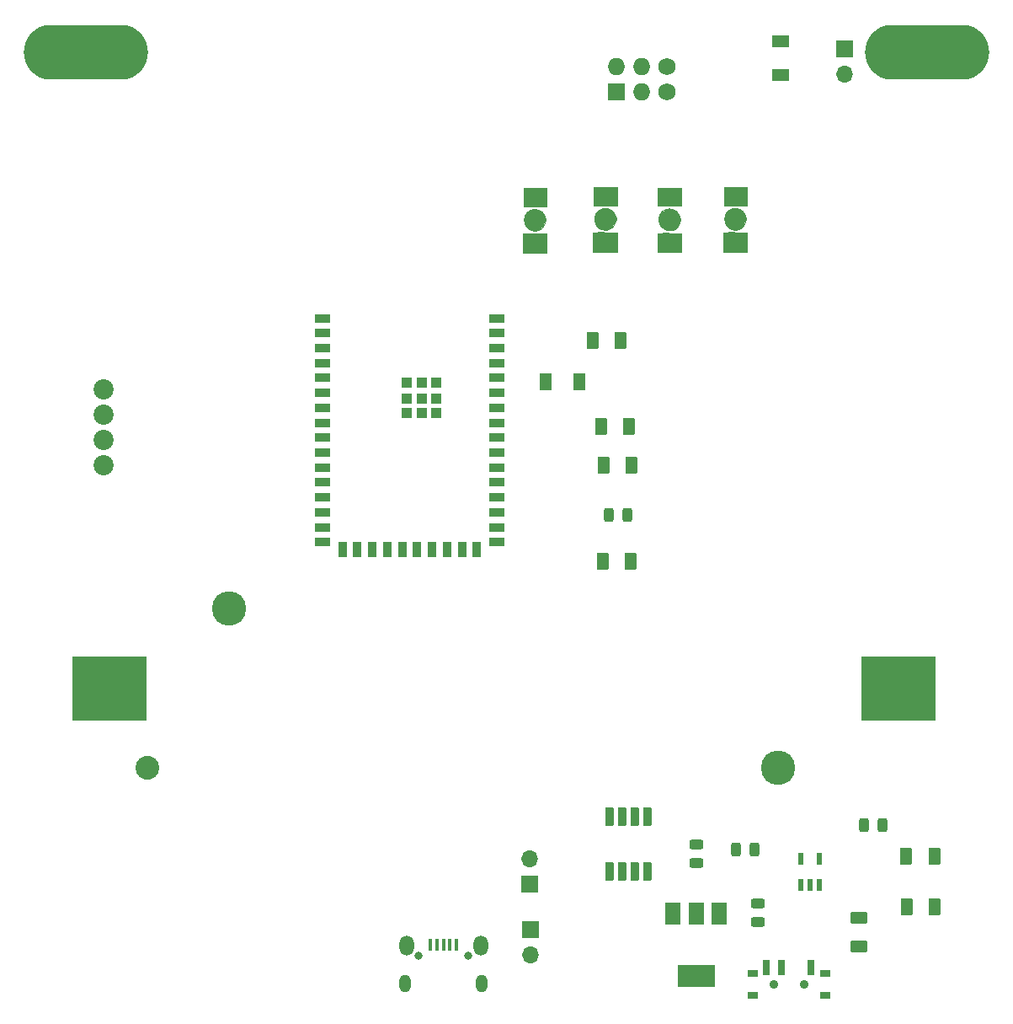
<source format=gbr>
%TF.GenerationSoftware,KiCad,Pcbnew,(6.0.0)*%
%TF.CreationDate,2021-12-30T12:50:52-06:00*%
%TF.ProjectId,ProspectBoards,50726f73-7065-4637-9442-6f617264732e,1.3*%
%TF.SameCoordinates,Original*%
%TF.FileFunction,Soldermask,Bot*%
%TF.FilePolarity,Negative*%
%FSLAX46Y46*%
G04 Gerber Fmt 4.6, Leading zero omitted, Abs format (unit mm)*
G04 Created by KiCad (PCBNEW (6.0.0)) date 2021-12-30 12:50:52*
%MOMM*%
%LPD*%
G01*
G04 APERTURE LIST*
G04 Aperture macros list*
%AMRoundRect*
0 Rectangle with rounded corners*
0 $1 Rounding radius*
0 $2 $3 $4 $5 $6 $7 $8 $9 X,Y pos of 4 corners*
0 Add a 4 corners polygon primitive as box body*
4,1,4,$2,$3,$4,$5,$6,$7,$8,$9,$2,$3,0*
0 Add four circle primitives for the rounded corners*
1,1,$1+$1,$2,$3*
1,1,$1+$1,$4,$5*
1,1,$1+$1,$6,$7*
1,1,$1+$1,$8,$9*
0 Add four rect primitives between the rounded corners*
20,1,$1+$1,$2,$3,$4,$5,0*
20,1,$1+$1,$4,$5,$6,$7,0*
20,1,$1+$1,$6,$7,$8,$9,0*
20,1,$1+$1,$8,$9,$2,$3,0*%
G04 Aperture macros list end*
%ADD10C,0.100000*%
%ADD11C,0.120000*%
%ADD12R,1.200000X1.700000*%
%ADD13R,1.700000X1.200000*%
%ADD14R,1.700000X1.700000*%
%ADD15O,1.700000X1.700000*%
%ADD16O,12.500000X5.500000*%
%ADD17RoundRect,0.070000X0.325000X0.875000X-0.325000X0.875000X-0.325000X-0.875000X0.325000X-0.875000X0*%
%ADD18O,0.800000X0.800000*%
%ADD19O,1.150000X1.800000*%
%ADD20O,1.450000X2.000000*%
%ADD21R,0.440000X1.300000*%
%ADD22RoundRect,0.243750X0.243750X0.456250X-0.243750X0.456250X-0.243750X-0.456250X0.243750X-0.456250X0*%
%ADD23C,1.727200*%
%ADD24O,1.727200X1.727200*%
%ADD25R,1.727200X1.727200*%
%ADD26C,2.390000*%
%ADD27C,3.450000*%
%ADD28R,7.460000X6.470000*%
%ADD29R,3.800000X2.200000*%
%ADD30R,1.500000X2.200000*%
%ADD31RoundRect,0.243750X0.456250X-0.243750X0.456250X0.243750X-0.456250X0.243750X-0.456250X-0.243750X0*%
%ADD32R,0.700000X0.500000*%
%ADD33R,1.100000X1.100000*%
%ADD34R,1.500000X0.900000*%
%ADD35R,0.900000X1.500000*%
%ADD36R,0.600000X1.200000*%
%ADD37R,1.000000X0.800000*%
%ADD38R,0.700000X1.500000*%
%ADD39C,0.900000*%
%ADD40RoundRect,0.250000X-0.375000X-0.625000X0.375000X-0.625000X0.375000X0.625000X-0.375000X0.625000X0*%
%ADD41RoundRect,0.250000X0.375000X0.625000X-0.375000X0.625000X-0.375000X-0.625000X0.375000X-0.625000X0*%
%ADD42RoundRect,0.250000X-0.625000X0.375000X-0.625000X-0.375000X0.625000X-0.375000X0.625000X0.375000X0*%
%ADD43C,2.020000*%
G04 APERTURE END LIST*
D10*
%TO.C,D4*%
X133143400Y-70501600D02*
X133143400Y-68596600D01*
X133143400Y-68596600D02*
X130755800Y-68571200D01*
X130755800Y-68571200D02*
X130755800Y-70501600D01*
X130755800Y-70501600D02*
X133143400Y-70501600D01*
G36*
X133143400Y-68596600D02*
G01*
X133143400Y-70501600D01*
X130755800Y-70501600D01*
X130755800Y-68571200D01*
X133143400Y-68596600D01*
G37*
X133143400Y-68596600D02*
X133143400Y-70501600D01*
X130755800Y-70501600D01*
X130755800Y-68571200D01*
X133143400Y-68596600D01*
X133143400Y-65853400D02*
X133143400Y-63999200D01*
X133143400Y-63999200D02*
X130806600Y-63999200D01*
X130806600Y-63999200D02*
X130806600Y-65853400D01*
X130806600Y-65853400D02*
X133143400Y-65853400D01*
G36*
X133143400Y-65853400D02*
G01*
X130806600Y-65853400D01*
X130806600Y-63999200D01*
X133143400Y-63999200D01*
X133143400Y-65853400D01*
G37*
X133143400Y-65853400D02*
X130806600Y-65853400D01*
X130806600Y-63999200D01*
X133143400Y-63999200D01*
X133143400Y-65853400D01*
D11*
X133052631Y-67225000D02*
G75*
G03*
X133052631Y-67225000I-1077631J0D01*
G01*
D10*
X130959000Y-67606000D02*
X131086000Y-67860000D01*
X131086000Y-67860000D02*
X131340000Y-68114000D01*
X131340000Y-68114000D02*
X131594000Y-68241000D01*
X131594000Y-68241000D02*
X131975000Y-68302630D01*
X131975000Y-68302630D02*
X132356000Y-68241000D01*
X132356000Y-68241000D02*
X132737000Y-67987000D01*
X132737000Y-67987000D02*
X132864000Y-67733000D01*
X132864000Y-67733000D02*
X133052630Y-67225000D01*
X133052630Y-67225000D02*
X132991000Y-66844000D01*
X132991000Y-66844000D02*
X132737000Y-66463000D01*
X132737000Y-66463000D02*
X132356000Y-66209000D01*
X132356000Y-66209000D02*
X131975000Y-66147370D01*
X131975000Y-66147370D02*
X131594000Y-66209000D01*
X131594000Y-66209000D02*
X131213000Y-66463000D01*
X131213000Y-66463000D02*
X130959000Y-66844000D01*
X130959000Y-66844000D02*
X130897370Y-67225000D01*
X130897370Y-67225000D02*
X130959000Y-67606000D01*
G36*
X132356000Y-66209000D02*
G01*
X132737000Y-66463000D01*
X132991000Y-66844000D01*
X133052630Y-67225000D01*
X132864000Y-67733000D01*
X132737000Y-67987000D01*
X132356000Y-68241000D01*
X131975000Y-68302630D01*
X131594000Y-68241000D01*
X131340000Y-68114000D01*
X131086000Y-67860000D01*
X130959000Y-67606000D01*
X130897370Y-67225000D01*
X130959000Y-66844000D01*
X131213000Y-66463000D01*
X131594000Y-66209000D01*
X131975000Y-66147370D01*
X132356000Y-66209000D01*
G37*
X132356000Y-66209000D02*
X132737000Y-66463000D01*
X132991000Y-66844000D01*
X133052630Y-67225000D01*
X132864000Y-67733000D01*
X132737000Y-67987000D01*
X132356000Y-68241000D01*
X131975000Y-68302630D01*
X131594000Y-68241000D01*
X131340000Y-68114000D01*
X131086000Y-67860000D01*
X130959000Y-67606000D01*
X130897370Y-67225000D01*
X130959000Y-66844000D01*
X131213000Y-66463000D01*
X131594000Y-66209000D01*
X131975000Y-66147370D01*
X132356000Y-66209000D01*
%TO.C,D6*%
X146218400Y-70501600D02*
X146218400Y-68596600D01*
X146218400Y-68596600D02*
X143830800Y-68571200D01*
X143830800Y-68571200D02*
X143830800Y-70501600D01*
X143830800Y-70501600D02*
X146218400Y-70501600D01*
G36*
X146218400Y-68596600D02*
G01*
X146218400Y-70501600D01*
X143830800Y-70501600D01*
X143830800Y-68571200D01*
X146218400Y-68596600D01*
G37*
X146218400Y-68596600D02*
X146218400Y-70501600D01*
X143830800Y-70501600D01*
X143830800Y-68571200D01*
X146218400Y-68596600D01*
X146218400Y-65853400D02*
X146218400Y-63999200D01*
X146218400Y-63999200D02*
X143881600Y-63999200D01*
X143881600Y-63999200D02*
X143881600Y-65853400D01*
X143881600Y-65853400D02*
X146218400Y-65853400D01*
G36*
X146218400Y-65853400D02*
G01*
X143881600Y-65853400D01*
X143881600Y-63999200D01*
X146218400Y-63999200D01*
X146218400Y-65853400D01*
G37*
X146218400Y-65853400D02*
X143881600Y-65853400D01*
X143881600Y-63999200D01*
X146218400Y-63999200D01*
X146218400Y-65853400D01*
D11*
X146127631Y-67225000D02*
G75*
G03*
X146127631Y-67225000I-1077631J0D01*
G01*
D10*
X144034000Y-67606000D02*
X144161000Y-67860000D01*
X144161000Y-67860000D02*
X144415000Y-68114000D01*
X144415000Y-68114000D02*
X144669000Y-68241000D01*
X144669000Y-68241000D02*
X145050000Y-68302630D01*
X145050000Y-68302630D02*
X145431000Y-68241000D01*
X145431000Y-68241000D02*
X145812000Y-67987000D01*
X145812000Y-67987000D02*
X145939000Y-67733000D01*
X145939000Y-67733000D02*
X146127630Y-67225000D01*
X146127630Y-67225000D02*
X146066000Y-66844000D01*
X146066000Y-66844000D02*
X145812000Y-66463000D01*
X145812000Y-66463000D02*
X145431000Y-66209000D01*
X145431000Y-66209000D02*
X145050000Y-66147370D01*
X145050000Y-66147370D02*
X144669000Y-66209000D01*
X144669000Y-66209000D02*
X144288000Y-66463000D01*
X144288000Y-66463000D02*
X144034000Y-66844000D01*
X144034000Y-66844000D02*
X143972370Y-67225000D01*
X143972370Y-67225000D02*
X144034000Y-67606000D01*
G36*
X145431000Y-66209000D02*
G01*
X145812000Y-66463000D01*
X146066000Y-66844000D01*
X146127630Y-67225000D01*
X145939000Y-67733000D01*
X145812000Y-67987000D01*
X145431000Y-68241000D01*
X145050000Y-68302630D01*
X144669000Y-68241000D01*
X144415000Y-68114000D01*
X144161000Y-67860000D01*
X144034000Y-67606000D01*
X143972370Y-67225000D01*
X144034000Y-66844000D01*
X144288000Y-66463000D01*
X144669000Y-66209000D01*
X145050000Y-66147370D01*
X145431000Y-66209000D01*
G37*
X145431000Y-66209000D02*
X145812000Y-66463000D01*
X146066000Y-66844000D01*
X146127630Y-67225000D01*
X145939000Y-67733000D01*
X145812000Y-67987000D01*
X145431000Y-68241000D01*
X145050000Y-68302630D01*
X144669000Y-68241000D01*
X144415000Y-68114000D01*
X144161000Y-67860000D01*
X144034000Y-67606000D01*
X143972370Y-67225000D01*
X144034000Y-66844000D01*
X144288000Y-66463000D01*
X144669000Y-66209000D01*
X145050000Y-66147370D01*
X145431000Y-66209000D01*
%TO.C,D5*%
X139593400Y-70551600D02*
X139593400Y-68646600D01*
X139593400Y-68646600D02*
X137205800Y-68621200D01*
X137205800Y-68621200D02*
X137205800Y-70551600D01*
X137205800Y-70551600D02*
X139593400Y-70551600D01*
G36*
X139593400Y-68646600D02*
G01*
X139593400Y-70551600D01*
X137205800Y-70551600D01*
X137205800Y-68621200D01*
X139593400Y-68646600D01*
G37*
X139593400Y-68646600D02*
X139593400Y-70551600D01*
X137205800Y-70551600D01*
X137205800Y-68621200D01*
X139593400Y-68646600D01*
X139593400Y-65903400D02*
X139593400Y-64049200D01*
X139593400Y-64049200D02*
X137256600Y-64049200D01*
X137256600Y-64049200D02*
X137256600Y-65903400D01*
X137256600Y-65903400D02*
X139593400Y-65903400D01*
G36*
X139593400Y-65903400D02*
G01*
X137256600Y-65903400D01*
X137256600Y-64049200D01*
X139593400Y-64049200D01*
X139593400Y-65903400D01*
G37*
X139593400Y-65903400D02*
X137256600Y-65903400D01*
X137256600Y-64049200D01*
X139593400Y-64049200D01*
X139593400Y-65903400D01*
D11*
X139502631Y-67275000D02*
G75*
G03*
X139502631Y-67275000I-1077631J0D01*
G01*
D10*
X137409000Y-67656000D02*
X137536000Y-67910000D01*
X137536000Y-67910000D02*
X137790000Y-68164000D01*
X137790000Y-68164000D02*
X138044000Y-68291000D01*
X138044000Y-68291000D02*
X138425000Y-68352630D01*
X138425000Y-68352630D02*
X138806000Y-68291000D01*
X138806000Y-68291000D02*
X139187000Y-68037000D01*
X139187000Y-68037000D02*
X139314000Y-67783000D01*
X139314000Y-67783000D02*
X139502630Y-67275000D01*
X139502630Y-67275000D02*
X139441000Y-66894000D01*
X139441000Y-66894000D02*
X139187000Y-66513000D01*
X139187000Y-66513000D02*
X138806000Y-66259000D01*
X138806000Y-66259000D02*
X138425000Y-66197370D01*
X138425000Y-66197370D02*
X138044000Y-66259000D01*
X138044000Y-66259000D02*
X137663000Y-66513000D01*
X137663000Y-66513000D02*
X137409000Y-66894000D01*
X137409000Y-66894000D02*
X137347370Y-67275000D01*
X137347370Y-67275000D02*
X137409000Y-67656000D01*
G36*
X138806000Y-66259000D02*
G01*
X139187000Y-66513000D01*
X139441000Y-66894000D01*
X139502630Y-67275000D01*
X139314000Y-67783000D01*
X139187000Y-68037000D01*
X138806000Y-68291000D01*
X138425000Y-68352630D01*
X138044000Y-68291000D01*
X137790000Y-68164000D01*
X137536000Y-67910000D01*
X137409000Y-67656000D01*
X137347370Y-67275000D01*
X137409000Y-66894000D01*
X137663000Y-66513000D01*
X138044000Y-66259000D01*
X138425000Y-66197370D01*
X138806000Y-66259000D01*
G37*
X138806000Y-66259000D02*
X139187000Y-66513000D01*
X139441000Y-66894000D01*
X139502630Y-67275000D01*
X139314000Y-67783000D01*
X139187000Y-68037000D01*
X138806000Y-68291000D01*
X138425000Y-68352630D01*
X138044000Y-68291000D01*
X137790000Y-68164000D01*
X137536000Y-67910000D01*
X137409000Y-67656000D01*
X137347370Y-67275000D01*
X137409000Y-66894000D01*
X137663000Y-66513000D01*
X138044000Y-66259000D01*
X138425000Y-66197370D01*
X138806000Y-66259000D01*
%TO.C,D3*%
X126068400Y-70601600D02*
X126068400Y-68696600D01*
X126068400Y-68696600D02*
X123680800Y-68671200D01*
X123680800Y-68671200D02*
X123680800Y-70601600D01*
X123680800Y-70601600D02*
X126068400Y-70601600D01*
G36*
X126068400Y-68696600D02*
G01*
X126068400Y-70601600D01*
X123680800Y-70601600D01*
X123680800Y-68671200D01*
X126068400Y-68696600D01*
G37*
X126068400Y-68696600D02*
X126068400Y-70601600D01*
X123680800Y-70601600D01*
X123680800Y-68671200D01*
X126068400Y-68696600D01*
X126068400Y-65953400D02*
X126068400Y-64099200D01*
X126068400Y-64099200D02*
X123731600Y-64099200D01*
X123731600Y-64099200D02*
X123731600Y-65953400D01*
X123731600Y-65953400D02*
X126068400Y-65953400D01*
G36*
X126068400Y-65953400D02*
G01*
X123731600Y-65953400D01*
X123731600Y-64099200D01*
X126068400Y-64099200D01*
X126068400Y-65953400D01*
G37*
X126068400Y-65953400D02*
X123731600Y-65953400D01*
X123731600Y-64099200D01*
X126068400Y-64099200D01*
X126068400Y-65953400D01*
D11*
X125977631Y-67325000D02*
G75*
G03*
X125977631Y-67325000I-1077631J0D01*
G01*
D10*
X123884000Y-67706000D02*
X124011000Y-67960000D01*
X124011000Y-67960000D02*
X124265000Y-68214000D01*
X124265000Y-68214000D02*
X124519000Y-68341000D01*
X124519000Y-68341000D02*
X124900000Y-68402630D01*
X124900000Y-68402630D02*
X125281000Y-68341000D01*
X125281000Y-68341000D02*
X125662000Y-68087000D01*
X125662000Y-68087000D02*
X125789000Y-67833000D01*
X125789000Y-67833000D02*
X125977630Y-67325000D01*
X125977630Y-67325000D02*
X125916000Y-66944000D01*
X125916000Y-66944000D02*
X125662000Y-66563000D01*
X125662000Y-66563000D02*
X125281000Y-66309000D01*
X125281000Y-66309000D02*
X124900000Y-66247370D01*
X124900000Y-66247370D02*
X124519000Y-66309000D01*
X124519000Y-66309000D02*
X124138000Y-66563000D01*
X124138000Y-66563000D02*
X123884000Y-66944000D01*
X123884000Y-66944000D02*
X123822370Y-67325000D01*
X123822370Y-67325000D02*
X123884000Y-67706000D01*
G36*
X125281000Y-66309000D02*
G01*
X125662000Y-66563000D01*
X125916000Y-66944000D01*
X125977630Y-67325000D01*
X125789000Y-67833000D01*
X125662000Y-68087000D01*
X125281000Y-68341000D01*
X124900000Y-68402630D01*
X124519000Y-68341000D01*
X124265000Y-68214000D01*
X124011000Y-67960000D01*
X123884000Y-67706000D01*
X123822370Y-67325000D01*
X123884000Y-66944000D01*
X124138000Y-66563000D01*
X124519000Y-66309000D01*
X124900000Y-66247370D01*
X125281000Y-66309000D01*
G37*
X125281000Y-66309000D02*
X125662000Y-66563000D01*
X125916000Y-66944000D01*
X125977630Y-67325000D01*
X125789000Y-67833000D01*
X125662000Y-68087000D01*
X125281000Y-68341000D01*
X124900000Y-68402630D01*
X124519000Y-68341000D01*
X124265000Y-68214000D01*
X124011000Y-67960000D01*
X123884000Y-67706000D01*
X123822370Y-67325000D01*
X123884000Y-66944000D01*
X124138000Y-66563000D01*
X124519000Y-66309000D01*
X124900000Y-66247370D01*
X125281000Y-66309000D01*
%TD*%
D12*
%TO.C,SW_Reset1*%
X129375000Y-83525000D03*
X125975000Y-83525000D03*
%TD*%
D13*
%TO.C,SW1*%
X149575000Y-49350000D03*
X149575000Y-52750000D03*
%TD*%
D14*
%TO.C,J1*%
X156029660Y-50106580D03*
D15*
X156029660Y-52646580D03*
%TD*%
D16*
%TO.C,REF\u002A\u002A*%
X164325000Y-50425000D03*
%TD*%
D17*
%TO.C,U3*%
X136180000Y-127225000D03*
X134910000Y-127225000D03*
X133640000Y-127225000D03*
X132370000Y-127225000D03*
X132370000Y-132725000D03*
X133640000Y-132725000D03*
X134910000Y-132725000D03*
X136180000Y-132725000D03*
%TD*%
D14*
%TO.C,J5*%
X124447300Y-138595100D03*
D15*
X124447300Y-141135100D03*
%TD*%
D14*
%TO.C,J4*%
X124396500Y-134028180D03*
D15*
X124396500Y-131488180D03*
%TD*%
D16*
%TO.C,REF\u002A\u002A*%
X79786480Y-50497740D03*
%TD*%
D18*
%TO.C,J3*%
X113200000Y-141250000D03*
X118200000Y-141250000D03*
D19*
X111825000Y-144000000D03*
X119575000Y-144000000D03*
D20*
X111975000Y-140200000D03*
X119425000Y-140200000D03*
D21*
X114400000Y-140150000D03*
X115050000Y-140150000D03*
X115700000Y-140150000D03*
X116350000Y-140150000D03*
X117000000Y-140150000D03*
%TD*%
D22*
%TO.C,C4*%
X157937500Y-128075000D03*
X159812500Y-128075000D03*
%TD*%
D23*
%TO.C,X1*%
X138180200Y-51898400D03*
X138180200Y-54438400D03*
D24*
X135640200Y-51898400D03*
X135640200Y-54438400D03*
X133100200Y-51898400D03*
D25*
X133100200Y-54438400D03*
%TD*%
D26*
%TO.C,BT1*%
X85955000Y-122375000D03*
D27*
X94175000Y-106375000D03*
X149375000Y-122375000D03*
D28*
X82105000Y-114375000D03*
X161445000Y-114375000D03*
%TD*%
D29*
%TO.C,U4*%
X141100000Y-143250000D03*
D30*
X138800000Y-136950000D03*
X141100000Y-136950000D03*
X143400000Y-136950000D03*
%TD*%
D31*
%TO.C,C5*%
X141160500Y-130063000D03*
X141160500Y-131938000D03*
%TD*%
D32*
%TO.C,D4*%
X131600000Y-68775000D03*
X132350000Y-65675000D03*
%TD*%
D33*
%TO.C,U2*%
X114990000Y-83675000D03*
X114990000Y-85225000D03*
X114990000Y-86725000D03*
X113490000Y-86725000D03*
X111990000Y-86725000D03*
X111990000Y-85225000D03*
X111990000Y-83675000D03*
X113490000Y-83675000D03*
X113490000Y-85225000D03*
D34*
X103550000Y-77175000D03*
X103550000Y-78675000D03*
X103550000Y-80175000D03*
X103550000Y-81675000D03*
X103550000Y-83175000D03*
X103550000Y-84675000D03*
X103550000Y-86175000D03*
X103550000Y-87675000D03*
X103550000Y-89175000D03*
X103550000Y-90675000D03*
X103550000Y-92175000D03*
X103550000Y-93675000D03*
X103550000Y-95175000D03*
X103550000Y-96675000D03*
X103550000Y-98175000D03*
X103550000Y-99675000D03*
D35*
X105550000Y-100425000D03*
X107050000Y-100425000D03*
X108550000Y-100425000D03*
X110050000Y-100425000D03*
X111550000Y-100425000D03*
X113050000Y-100425000D03*
X114550000Y-100425000D03*
X116050000Y-100425000D03*
X117550000Y-100425000D03*
X119050000Y-100425000D03*
D34*
X121050000Y-77175000D03*
X121050000Y-78675000D03*
X121050000Y-80175000D03*
X121050000Y-81675000D03*
X121050000Y-83175000D03*
X121050000Y-84675000D03*
X121050000Y-86175000D03*
X121050000Y-87675000D03*
X121050000Y-89175000D03*
X121050000Y-90675000D03*
X121050000Y-92175000D03*
X121050000Y-93675000D03*
X121050000Y-95175000D03*
X121050000Y-96675000D03*
X121050000Y-98175000D03*
X121050000Y-99675000D03*
%TD*%
D36*
%TO.C,U1*%
X153500000Y-131500000D03*
X151600000Y-131500000D03*
X153500000Y-134100000D03*
X151600000Y-134100000D03*
X152550000Y-134100000D03*
%TD*%
D37*
%TO.C,SW6*%
X154075000Y-143020000D03*
X146775000Y-143020000D03*
X146775000Y-145230000D03*
X154075000Y-145230000D03*
D38*
X148175000Y-142370000D03*
X149675000Y-142370000D03*
X152675000Y-142370000D03*
D39*
X148925000Y-144130000D03*
X151925000Y-144130000D03*
%TD*%
D40*
%TO.C,R5*%
X134550000Y-101625000D03*
X131750000Y-101625000D03*
%TD*%
D41*
%TO.C,R4*%
X130750000Y-79375000D03*
X133550000Y-79375000D03*
%TD*%
%TO.C,R3*%
X162300000Y-136325000D03*
X165100000Y-136325000D03*
%TD*%
D42*
%TO.C,R2*%
X157450000Y-140250000D03*
X157450000Y-137450000D03*
%TD*%
D41*
%TO.C,R1*%
X131850000Y-91925000D03*
X134650000Y-91925000D03*
%TD*%
D43*
%TO.C,J2*%
X81525000Y-91970000D03*
X81525000Y-89430000D03*
X81525000Y-86890000D03*
X81525000Y-84350000D03*
%TD*%
D32*
%TO.C,D6*%
X144675000Y-68775000D03*
X145425000Y-65675000D03*
%TD*%
%TO.C,D5*%
X138050000Y-68825000D03*
X138800000Y-65725000D03*
%TD*%
%TO.C,D3*%
X124525000Y-68875000D03*
X125275000Y-65775000D03*
%TD*%
D41*
%TO.C,D2*%
X162250000Y-131225000D03*
X165050000Y-131225000D03*
%TD*%
%TO.C,D1*%
X131575000Y-88025000D03*
X134375000Y-88025000D03*
%TD*%
D31*
%TO.C,C3*%
X147325000Y-135987500D03*
X147325000Y-137862500D03*
%TD*%
D22*
%TO.C,C2*%
X145137500Y-130575000D03*
X147012500Y-130575000D03*
%TD*%
%TO.C,C1*%
X132287500Y-96925000D03*
X134162500Y-96925000D03*
%TD*%
M02*

</source>
